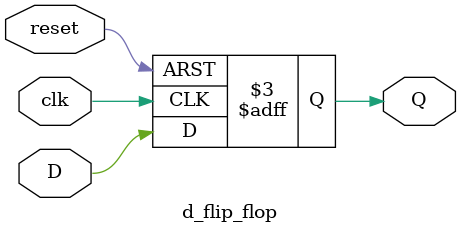
<source format=v>
module d_flip_flop (Q,D,clk,reset);
input D;
input clk;
input reset;
output reg Q;

always @(posedge clk or posedge reset)
  begin
    if (reset == 1'b1 )
        Q <= 1'b0;
    else
        Q <= D;
  end
endmodule

</source>
